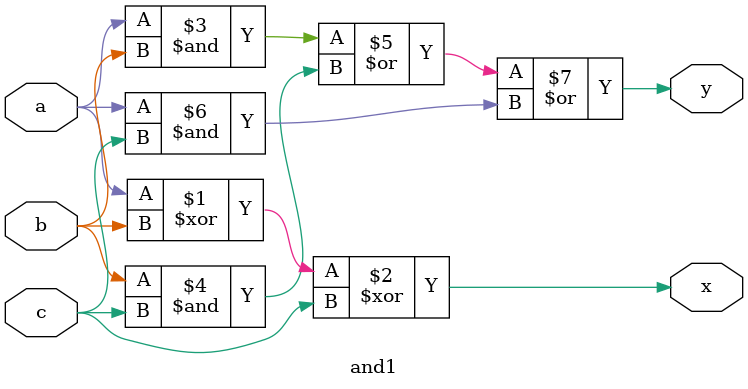
<source format=v>
module and1(input wire a,b,c,output wire x, y);
assign x=a^b^c; //sum
assign y=(a&b)|(b&c)|(a&c); //carry
endmodule

</source>
